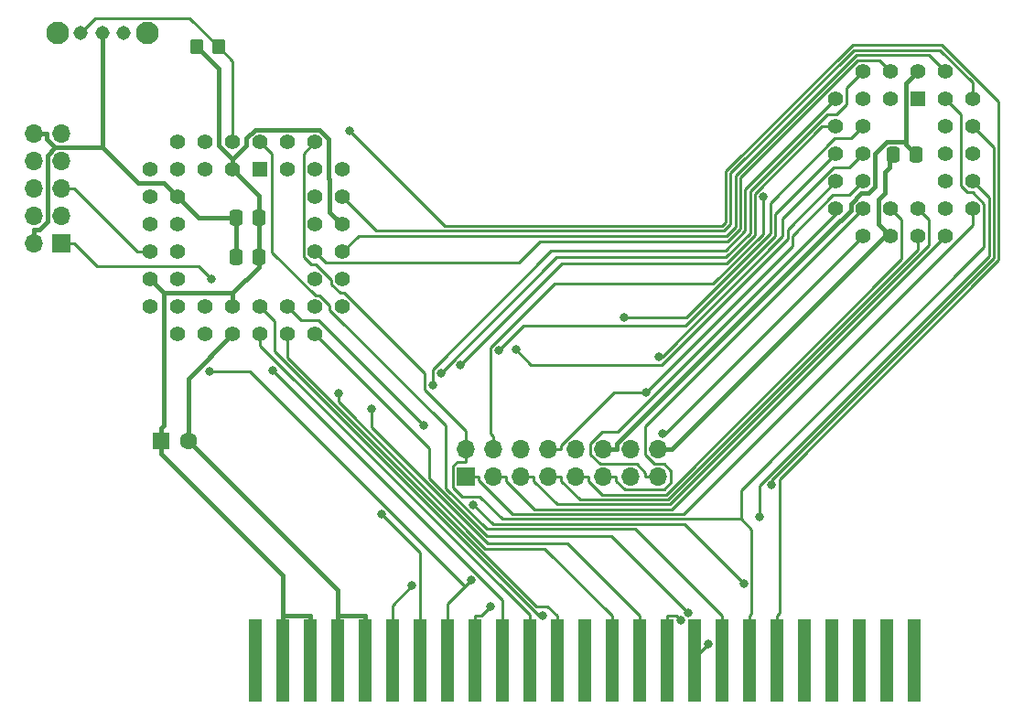
<source format=gbr>
G04 #@! TF.GenerationSoftware,KiCad,Pcbnew,(6.0.5)*
G04 #@! TF.CreationDate,2022-10-25T10:43:50-03:00*
G04 #@! TF.ProjectId,MSX USB Drive,4d535820-5553-4422-9044-726976652e6b,rev?*
G04 #@! TF.SameCoordinates,Original*
G04 #@! TF.FileFunction,Copper,L2,Bot*
G04 #@! TF.FilePolarity,Positive*
%FSLAX46Y46*%
G04 Gerber Fmt 4.6, Leading zero omitted, Abs format (unit mm)*
G04 Created by KiCad (PCBNEW (6.0.5)) date 2022-10-25 10:43:50*
%MOMM*%
%LPD*%
G01*
G04 APERTURE LIST*
G04 Aperture macros list*
%AMRoundRect*
0 Rectangle with rounded corners*
0 $1 Rounding radius*
0 $2 $3 $4 $5 $6 $7 $8 $9 X,Y pos of 4 corners*
0 Add a 4 corners polygon primitive as box body*
4,1,4,$2,$3,$4,$5,$6,$7,$8,$9,$2,$3,0*
0 Add four circle primitives for the rounded corners*
1,1,$1+$1,$2,$3*
1,1,$1+$1,$4,$5*
1,1,$1+$1,$6,$7*
1,1,$1+$1,$8,$9*
0 Add four rect primitives between the rounded corners*
20,1,$1+$1,$2,$3,$4,$5,0*
20,1,$1+$1,$4,$5,$6,$7,0*
20,1,$1+$1,$6,$7,$8,$9,0*
20,1,$1+$1,$8,$9,$2,$3,0*%
G04 Aperture macros list end*
G04 #@! TA.AperFunction,SMDPad,CuDef*
%ADD10R,1.270000X7.620000*%
G04 #@! TD*
G04 #@! TA.AperFunction,ComponentPad*
%ADD11R,1.600000X1.600000*%
G04 #@! TD*
G04 #@! TA.AperFunction,ComponentPad*
%ADD12C,1.600000*%
G04 #@! TD*
G04 #@! TA.AperFunction,ComponentPad*
%ADD13R,1.700000X1.700000*%
G04 #@! TD*
G04 #@! TA.AperFunction,ComponentPad*
%ADD14O,1.700000X1.700000*%
G04 #@! TD*
G04 #@! TA.AperFunction,ComponentPad*
%ADD15C,1.308000*%
G04 #@! TD*
G04 #@! TA.AperFunction,ComponentPad*
%ADD16C,2.100000*%
G04 #@! TD*
G04 #@! TA.AperFunction,ComponentPad*
%ADD17R,1.422400X1.422400*%
G04 #@! TD*
G04 #@! TA.AperFunction,ComponentPad*
%ADD18C,1.422400*%
G04 #@! TD*
G04 #@! TA.AperFunction,ComponentPad*
%ADD19R,1.397000X1.397000*%
G04 #@! TD*
G04 #@! TA.AperFunction,ComponentPad*
%ADD20C,1.397000*%
G04 #@! TD*
G04 #@! TA.AperFunction,SMDPad,CuDef*
%ADD21RoundRect,0.250000X0.337500X0.475000X-0.337500X0.475000X-0.337500X-0.475000X0.337500X-0.475000X0*%
G04 #@! TD*
G04 #@! TA.AperFunction,SMDPad,CuDef*
%ADD22RoundRect,0.250000X-0.350000X-0.450000X0.350000X-0.450000X0.350000X0.450000X-0.350000X0.450000X0*%
G04 #@! TD*
G04 #@! TA.AperFunction,ViaPad*
%ADD23C,0.800000*%
G04 #@! TD*
G04 #@! TA.AperFunction,Conductor*
%ADD24C,0.250000*%
G04 #@! TD*
G04 #@! TA.AperFunction,Conductor*
%ADD25C,0.400000*%
G04 #@! TD*
G04 APERTURE END LIST*
D10*
X113350000Y-124270000D03*
X115890000Y-124270000D03*
X171770000Y-124270000D03*
X169230000Y-124270000D03*
X159070000Y-124270000D03*
X161610000Y-124270000D03*
X153990000Y-124270000D03*
X166690000Y-124270000D03*
X164150000Y-124270000D03*
X156530000Y-124270000D03*
X138750000Y-124270000D03*
X136210000Y-124270000D03*
X133670000Y-124270000D03*
X146370000Y-124270000D03*
X151450000Y-124270000D03*
X148910000Y-124270000D03*
X143830000Y-124270000D03*
X141290000Y-124270000D03*
X131130000Y-124270000D03*
X128590000Y-124270000D03*
X126050000Y-124270000D03*
X123510000Y-124270000D03*
X118430000Y-124270000D03*
X120970000Y-124270000D03*
X110810000Y-124270000D03*
D11*
X102134900Y-103910000D03*
D12*
X104634900Y-103910000D03*
D13*
X130320000Y-107250000D03*
D14*
X130320000Y-104710000D03*
X132860000Y-107250000D03*
X132860000Y-104710000D03*
X135400000Y-107250000D03*
X135400000Y-104710000D03*
X137940000Y-107250000D03*
X137940000Y-104710000D03*
X140480000Y-107250000D03*
X140480000Y-104710000D03*
X143020000Y-107250000D03*
X143020000Y-104710000D03*
X145560000Y-107250000D03*
X145560000Y-104710000D03*
X148100000Y-107250000D03*
X148100000Y-104710000D03*
D15*
X98650000Y-66180000D03*
X94650000Y-66180000D03*
X96650000Y-66180000D03*
D16*
X100800000Y-66180000D03*
X92500000Y-66180000D03*
D17*
X172130000Y-72270000D03*
D18*
X169590000Y-69730000D03*
X169590000Y-72270000D03*
X167050000Y-69730000D03*
X164510000Y-72270000D03*
X167050000Y-72270000D03*
X164510000Y-74810000D03*
X167050000Y-74810000D03*
X164510000Y-77350000D03*
X167050000Y-77350000D03*
X164510000Y-79890000D03*
X167050000Y-79890000D03*
X164510000Y-82430000D03*
X167050000Y-84970000D03*
X167050000Y-82430000D03*
X169590000Y-84970000D03*
X169590000Y-82430000D03*
X172130000Y-84970000D03*
X172130000Y-82430000D03*
X174670000Y-84970000D03*
X177210000Y-82430000D03*
X174670000Y-82430000D03*
X177210000Y-79890000D03*
X174670000Y-79890000D03*
X177210000Y-77350000D03*
X174670000Y-77350000D03*
X177210000Y-74810000D03*
X174670000Y-74810000D03*
X177210000Y-72270000D03*
X174670000Y-69730000D03*
X174670000Y-72270000D03*
X172130000Y-69730000D03*
D19*
X111260000Y-78810000D03*
D20*
X108720000Y-76270000D03*
X108720000Y-78810000D03*
X106180000Y-76270000D03*
X106180000Y-78810000D03*
X103640000Y-76270000D03*
X101100000Y-78810000D03*
X103640000Y-78810000D03*
X101100000Y-81350000D03*
X103640000Y-81350000D03*
X101100000Y-83890000D03*
X103640000Y-83890000D03*
X101100000Y-86430000D03*
X103640000Y-86430000D03*
X101100000Y-88970000D03*
X103640000Y-88970000D03*
X101100000Y-91510000D03*
X103640000Y-94050000D03*
X103640000Y-91510000D03*
X106180000Y-94050000D03*
X106180000Y-91510000D03*
X108720000Y-94050000D03*
X108720000Y-91510000D03*
X111260000Y-94050000D03*
X111260000Y-91510000D03*
X113800000Y-94050000D03*
X113800000Y-91510000D03*
X116340000Y-94050000D03*
X118880000Y-91510000D03*
X116340000Y-91510000D03*
X118880000Y-88970000D03*
X116340000Y-88970000D03*
X118880000Y-86430000D03*
X116340000Y-86430000D03*
X118880000Y-83890000D03*
X116340000Y-83890000D03*
X118880000Y-81350000D03*
X116340000Y-81350000D03*
X118880000Y-78810000D03*
X116340000Y-76270000D03*
X116340000Y-78810000D03*
X113800000Y-76270000D03*
X113800000Y-78810000D03*
X111260000Y-76270000D03*
D13*
X92850000Y-85640000D03*
D14*
X90310000Y-85640000D03*
X92850000Y-83100000D03*
X90310000Y-83100000D03*
X92850000Y-80560000D03*
X90310000Y-80560000D03*
X92850000Y-78020000D03*
X90310000Y-78020000D03*
X92850000Y-75480000D03*
X90310000Y-75480000D03*
D21*
X111147500Y-83250000D03*
X109072500Y-83250000D03*
X111147500Y-86950000D03*
X109072500Y-86950000D03*
D22*
X105410000Y-67470000D03*
X107410000Y-67470000D03*
D21*
X171930000Y-77400000D03*
X169855000Y-77400000D03*
D23*
X119552700Y-75217800D03*
X152720000Y-122752800D03*
X150153100Y-120537500D03*
X127219900Y-98787200D03*
X121552500Y-101005800D03*
X127969900Y-97640000D03*
X118540000Y-99527300D03*
X134916900Y-95475300D03*
X133345900Y-95578100D03*
X112441600Y-97391400D03*
X129800300Y-96914600D03*
X132616300Y-119254500D03*
X148467300Y-103255200D03*
X130792300Y-116818600D03*
X106568600Y-97501000D03*
X122493200Y-110701300D03*
X125303000Y-117344900D03*
X144907500Y-92537300D03*
X137450800Y-120134700D03*
X148120800Y-96099400D03*
X126382400Y-102502000D03*
X146997200Y-99405800D03*
X158593700Y-107960200D03*
X157484800Y-110964300D03*
X150864700Y-119831600D03*
X157773000Y-81325300D03*
X131016300Y-109818700D03*
X156005900Y-117108000D03*
X106784000Y-88954900D03*
D24*
X154021400Y-84001800D02*
X128336700Y-84001800D01*
X154347460Y-83675740D02*
X154021400Y-84001800D01*
X154347460Y-78968040D02*
X154347460Y-83675740D01*
X166079500Y-67236000D02*
X154347460Y-78968040D01*
X174323700Y-67236000D02*
X166079500Y-67236000D01*
X179599000Y-87202700D02*
X179599000Y-72511300D01*
X128336700Y-84001800D02*
X119552700Y-75217800D01*
X179599000Y-72511300D02*
X174323700Y-67236000D01*
X159319000Y-119885700D02*
X159319000Y-107482700D01*
X159070000Y-120134700D02*
X159319000Y-119885700D01*
X159319000Y-107482700D02*
X179599000Y-87202700D01*
X159070000Y-124270000D02*
X159070000Y-120134700D01*
X154796980Y-79158420D02*
X154796980Y-83886720D01*
X166222200Y-67733200D02*
X154796980Y-79158420D01*
X154796980Y-83886720D02*
X154206900Y-84476800D01*
X174179900Y-67733200D02*
X166222200Y-67733200D01*
X122006800Y-84476800D02*
X118880000Y-81350000D01*
X177210000Y-70763300D02*
X174179900Y-67733200D01*
X154206900Y-84476800D02*
X122006800Y-84476800D01*
X177210000Y-72270000D02*
X177210000Y-70763300D01*
D25*
X108720000Y-78810000D02*
X108720000Y-77867200D01*
X102134900Y-103910000D02*
X102134900Y-105110300D01*
X118880000Y-83890000D02*
X117725100Y-82735100D01*
X171018400Y-76238100D02*
X169263300Y-76238100D01*
X117725100Y-82735100D02*
X117725100Y-79748500D01*
X113350000Y-120427000D02*
X113378700Y-120398300D01*
X111147500Y-83250000D02*
X111147500Y-81237500D01*
X108720000Y-90240000D02*
X102370000Y-90240000D01*
X167522400Y-81001600D02*
X166906400Y-81001600D01*
X168173700Y-80350300D02*
X167522400Y-81001600D01*
X111147500Y-86950000D02*
X111147500Y-87812500D01*
X111147500Y-86950000D02*
X111147500Y-83250000D01*
X116748500Y-75111400D02*
X110786700Y-75111400D01*
X171018400Y-70841600D02*
X172130000Y-69730000D01*
X117610000Y-75972900D02*
X116748500Y-75111400D01*
X164988400Y-83541600D02*
X164920600Y-83541600D01*
X113378700Y-120059700D02*
X113378700Y-116354100D01*
X165938400Y-81969600D02*
X165938400Y-82591600D01*
X115890000Y-120059700D02*
X113378700Y-120059700D01*
X109990000Y-76597200D02*
X108738400Y-77848800D01*
X168173700Y-77327700D02*
X168173700Y-80350300D01*
X115890000Y-124270000D02*
X115890000Y-120059700D01*
X102370000Y-102474600D02*
X102134900Y-102709700D01*
X164920600Y-83541600D02*
X144270300Y-104191900D01*
X113350000Y-124270000D02*
X113350000Y-120427000D01*
X117610000Y-79633400D02*
X117610000Y-75972900D01*
X143020000Y-104710000D02*
X144270300Y-104710000D01*
X102134900Y-103910000D02*
X102134900Y-102709700D01*
X169263300Y-76238100D02*
X168173700Y-77327700D01*
X102370000Y-90240000D02*
X101100000Y-88970000D01*
X109990000Y-75908100D02*
X109990000Y-76597200D01*
X102370000Y-90240000D02*
X102370000Y-102474600D01*
X113378700Y-120398300D02*
X113378700Y-120059700D01*
X171018400Y-76488400D02*
X171018400Y-76238100D01*
X111147500Y-87812500D02*
X108720000Y-90240000D01*
X111147500Y-81237500D02*
X108720000Y-78810000D01*
X166906400Y-81001600D02*
X165938400Y-81969600D01*
X113378700Y-116354100D02*
X102134900Y-105110300D01*
X144270300Y-104191900D02*
X144270300Y-104710000D01*
X108738400Y-77848800D02*
X107450000Y-76560500D01*
X107450000Y-69510000D02*
X105410000Y-67470000D01*
X165938400Y-82591600D02*
X164988400Y-83541600D01*
X107450000Y-76560500D02*
X107450000Y-69510000D01*
X108720000Y-90240000D02*
X108720000Y-91510000D01*
X171930000Y-77400000D02*
X171018400Y-76488400D01*
X108720000Y-77867200D02*
X108738400Y-77848800D01*
X171018400Y-76238100D02*
X171018400Y-70841600D01*
X117725100Y-79748500D02*
X117610000Y-79633400D01*
X110786700Y-75111400D02*
X109990000Y-75908100D01*
X169466500Y-77788500D02*
X169855000Y-77400000D01*
X96650000Y-66180000D02*
X96650000Y-76730200D01*
X90310000Y-75480000D02*
X91560300Y-75480000D01*
X120970000Y-120059700D02*
X118430000Y-120059700D01*
X169074100Y-80950100D02*
X169074100Y-79029800D01*
X99999800Y-80080000D02*
X102370000Y-80080000D01*
X92312200Y-76750000D02*
X91580000Y-77482200D01*
X96650000Y-76730200D02*
X99999800Y-80080000D01*
X102370000Y-80080000D02*
X103640000Y-81350000D01*
X104634900Y-98135100D02*
X104634900Y-103910000D01*
X168473800Y-83853800D02*
X168473800Y-81550400D01*
X118430000Y-124270000D02*
X118430000Y-120059700D01*
X118430000Y-117705100D02*
X118430000Y-120059700D01*
X169340200Y-84720100D02*
X169590000Y-84970000D01*
X109072500Y-83250000D02*
X105540000Y-83250000D01*
X91580000Y-77482200D02*
X91580000Y-83637800D01*
X104634900Y-103910000D02*
X118430000Y-117705100D01*
X96630200Y-76750000D02*
X92312200Y-76750000D01*
X105540000Y-83250000D02*
X103640000Y-81350000D01*
X109072500Y-83250000D02*
X109072500Y-86950000D01*
X168473800Y-81550400D02*
X169074100Y-80950100D01*
X96650000Y-76730200D02*
X96630200Y-76750000D01*
X108720000Y-94050000D02*
X104634900Y-98135100D01*
X149350300Y-104710000D02*
X169340200Y-84720100D01*
X169466500Y-78637400D02*
X169466500Y-77788500D01*
X92312200Y-76750000D02*
X91560300Y-75998100D01*
X120970000Y-124270000D02*
X120970000Y-120059700D01*
X90310000Y-85640000D02*
X90310000Y-84389700D01*
X90828100Y-84389700D02*
X90310000Y-84389700D01*
X91560300Y-75998100D02*
X91560300Y-75480000D01*
X148100000Y-104710000D02*
X149350300Y-104710000D01*
X169074100Y-79029800D02*
X169466500Y-78637400D01*
X169340200Y-84720100D02*
X168473800Y-83853800D01*
X91580000Y-83637800D02*
X90828100Y-84389700D01*
D24*
X129511900Y-105885300D02*
X129144700Y-106252500D01*
X130320000Y-103019000D02*
X126485700Y-99184700D01*
X115308700Y-86872200D02*
X115308700Y-77301300D01*
X129144700Y-106252500D02*
X129144700Y-108234800D01*
X117856100Y-89406800D02*
X117856100Y-89027900D01*
X155784000Y-111158400D02*
X155784000Y-108472900D01*
X155784000Y-108472900D02*
X178248100Y-86008800D01*
X126485700Y-97659800D02*
X119070500Y-90244600D01*
X178248100Y-81987700D02*
X177187000Y-80926600D01*
X176719300Y-80926600D02*
X176134800Y-80342100D01*
X176134800Y-80342100D02*
X176134800Y-73734800D01*
X115308700Y-77301300D02*
X116340000Y-76270000D01*
X176134800Y-73734800D02*
X174670000Y-72270000D01*
X117856100Y-89027900D02*
X116416500Y-87588300D01*
X126485700Y-99184700D02*
X126485700Y-97659800D01*
X133696200Y-111158400D02*
X155784000Y-111158400D01*
X119070500Y-90244600D02*
X118693900Y-90244600D01*
X156530000Y-124270000D02*
X156530000Y-120134700D01*
X118693900Y-90244600D02*
X117856100Y-89406800D01*
X116024800Y-87588300D02*
X115308700Y-86872200D01*
X129960200Y-109050300D02*
X131588100Y-109050300D01*
X116416500Y-87588300D02*
X116024800Y-87588300D01*
X156731200Y-119933500D02*
X156731200Y-112105600D01*
X130320000Y-104710000D02*
X130320000Y-105885300D01*
X130320000Y-105885300D02*
X129511900Y-105885300D01*
X156530000Y-120134700D02*
X156731200Y-119933500D01*
X177187000Y-80926600D02*
X176719300Y-80926600D01*
X178248100Y-86008800D02*
X178248100Y-81987700D01*
X156731200Y-112105600D02*
X155784000Y-111158400D01*
X129144700Y-108234800D02*
X129960200Y-109050300D01*
X130320000Y-104710000D02*
X130320000Y-103019000D01*
X131588100Y-109050300D02*
X133696200Y-111158400D01*
X152720000Y-122752800D02*
X151450000Y-124022800D01*
X151450000Y-124022800D02*
X151450000Y-124270000D01*
X148910000Y-124270000D02*
X148910000Y-120134700D01*
X149750300Y-120134700D02*
X148910000Y-120134700D01*
X150153100Y-120537500D02*
X149750300Y-120134700D01*
X156147100Y-80632900D02*
X156147100Y-84481600D01*
X164510000Y-72270000D02*
X156147100Y-80632900D01*
X138206400Y-86323900D02*
X127219900Y-97310400D01*
X121552500Y-101005800D02*
X121552500Y-102688800D01*
X146370000Y-124270000D02*
X146370000Y-120134700D01*
X154304800Y-86323900D02*
X138206400Y-86323900D01*
X127219900Y-97310400D02*
X127219900Y-98787200D01*
X121552500Y-102688800D02*
X132299100Y-113435400D01*
X139670700Y-113435400D02*
X146370000Y-120134700D01*
X132299100Y-113435400D02*
X139670700Y-113435400D01*
X156147100Y-84481600D02*
X154304800Y-86323900D01*
X165546600Y-72753900D02*
X164570700Y-73729800D01*
X156597400Y-84668200D02*
X154371100Y-86894500D01*
X137581000Y-113885700D02*
X143830000Y-120134700D01*
X143830000Y-124270000D02*
X143830000Y-120134700D01*
X164570700Y-73729800D02*
X163705900Y-73729800D01*
X138715300Y-86894500D02*
X138715300Y-86894600D01*
X167050000Y-69730000D02*
X165546600Y-71233400D01*
X165546600Y-71233400D02*
X165546600Y-72753900D01*
X154371100Y-86894500D02*
X138715300Y-86894500D01*
X163705900Y-73729800D02*
X156597400Y-80838300D01*
X132112500Y-113885700D02*
X137581000Y-113885700D01*
X118540000Y-100313200D02*
X132112500Y-113885700D01*
X138715300Y-86894600D02*
X127969900Y-97640000D01*
X156597400Y-80838300D02*
X156597400Y-84668200D01*
X118540000Y-99527300D02*
X118540000Y-100313200D01*
X113800000Y-96210100D02*
X136841400Y-119251500D01*
X113800000Y-94050000D02*
X113800000Y-96210100D01*
X136299300Y-96857700D02*
X134916900Y-95475300D01*
X137866800Y-119251500D02*
X138750000Y-120134700D01*
X160061200Y-85188300D02*
X148391800Y-96857700D01*
X164510000Y-79890000D02*
X160061200Y-84338800D01*
X136841400Y-119251500D02*
X137866800Y-119251500D01*
X160061200Y-84338800D02*
X160061200Y-85188300D01*
X148391800Y-96857700D02*
X136299300Y-96857700D01*
X138750000Y-124270000D02*
X138750000Y-120134700D01*
X158935600Y-84992500D02*
X158935600Y-82924400D01*
X158935600Y-82924400D02*
X164510000Y-77350000D01*
X136210000Y-124270000D02*
X136210000Y-120134700D01*
X111260000Y-95096400D02*
X136210000Y-120046400D01*
X135652800Y-93271200D02*
X150656900Y-93271200D01*
X133345900Y-95578100D02*
X135652800Y-93271200D01*
X150656900Y-93271200D02*
X158935600Y-84992500D01*
X111260000Y-94050000D02*
X111260000Y-95096400D01*
X136210000Y-120046400D02*
X136210000Y-120134700D01*
X112441600Y-97391400D02*
X133670000Y-118619800D01*
X139199300Y-87515500D02*
X139199300Y-87515600D01*
X157047700Y-84854800D02*
X154387000Y-87515500D01*
X157047700Y-81024900D02*
X157047700Y-84854800D01*
X164510000Y-74810000D02*
X163262600Y-74810000D01*
X154387000Y-87515500D02*
X139199300Y-87515500D01*
X133670000Y-118619800D02*
X133670000Y-124270000D01*
X139199300Y-87515600D02*
X129800300Y-96914600D01*
X163262600Y-74810000D02*
X157047700Y-81024900D01*
X131130000Y-124270000D02*
X131130000Y-120134700D01*
X148764800Y-103255200D02*
X148467300Y-103255200D01*
X167050000Y-84970000D02*
X148764800Y-103255200D01*
X131736100Y-120134700D02*
X131130000Y-120134700D01*
X132616300Y-119254500D02*
X131736100Y-120134700D01*
X140480000Y-107250000D02*
X141655300Y-107250000D01*
X110341500Y-97501000D02*
X130225700Y-117385200D01*
X169590000Y-82430000D02*
X170631700Y-83471700D01*
X106568600Y-97501000D02*
X110341500Y-97501000D01*
X170631700Y-87093900D02*
X148820700Y-108904900D01*
X142942900Y-108904900D02*
X141655300Y-107617300D01*
X130225700Y-117385200D02*
X130792300Y-116818600D01*
X141655300Y-107617300D02*
X141655300Y-107250000D01*
X170631700Y-83471700D02*
X170631700Y-87093900D01*
X148820700Y-108904900D02*
X142942900Y-108904900D01*
X128590000Y-119020900D02*
X130225700Y-117385200D01*
X128590000Y-124270000D02*
X128590000Y-119020900D01*
X126050000Y-114258100D02*
X122493200Y-110701300D01*
X126050000Y-120134700D02*
X126050000Y-114258100D01*
X173173000Y-85826400D02*
X173173000Y-83473000D01*
X135400000Y-107250000D02*
X136575300Y-107250000D01*
X149193800Y-109805600D02*
X173173000Y-85826400D01*
X173173000Y-83473000D02*
X172130000Y-82430000D01*
X138763600Y-109805600D02*
X149193800Y-109805600D01*
X136575300Y-107617300D02*
X138763600Y-109805600D01*
X136575300Y-107250000D02*
X136575300Y-107617300D01*
X126050000Y-124270000D02*
X126050000Y-120134700D01*
X177210000Y-83918300D02*
X150420300Y-110708000D01*
X150420300Y-110708000D02*
X134644400Y-110708000D01*
X123510000Y-124270000D02*
X123510000Y-119137900D01*
X123510000Y-119137900D02*
X125303000Y-117344900D01*
X131495300Y-107558900D02*
X131495300Y-107250000D01*
X134644400Y-110708000D02*
X131495300Y-107558900D01*
X177210000Y-82430000D02*
X177210000Y-83918300D01*
X130320000Y-107250000D02*
X131495300Y-107250000D01*
X134035300Y-107250000D02*
X134035300Y-107617300D01*
X149384100Y-110255900D02*
X174670000Y-84970000D01*
X132860000Y-107250000D02*
X134035300Y-107250000D01*
X136673900Y-110255900D02*
X149384100Y-110255900D01*
X134035300Y-107617300D02*
X136673900Y-110255900D01*
X139115300Y-107617300D02*
X140853300Y-109355300D01*
X140853300Y-109355300D02*
X149007200Y-109355300D01*
X149007200Y-109355300D02*
X172130000Y-86232500D01*
X137940000Y-107250000D02*
X139115300Y-107250000D01*
X172130000Y-86232500D02*
X172130000Y-84970000D01*
X139115300Y-107250000D02*
X139115300Y-107617300D01*
X149301100Y-107762000D02*
X148637800Y-108425300D01*
X148637800Y-108425300D02*
X145003200Y-108425300D01*
X148634900Y-106057100D02*
X149301100Y-106723300D01*
X144195300Y-107617400D02*
X144195300Y-107250000D01*
X167050000Y-82430000D02*
X146894500Y-102585500D01*
X145003200Y-108425300D02*
X144195300Y-107617400D01*
X146894500Y-102585500D02*
X146894500Y-105173100D01*
X147778500Y-106057100D02*
X148634900Y-106057100D01*
X149301100Y-106723300D02*
X149301100Y-107762000D01*
X143020000Y-107250000D02*
X144195300Y-107250000D01*
X146894500Y-105173100D02*
X147778500Y-106057100D01*
X164510000Y-82430000D02*
X164510000Y-82945000D01*
X141844600Y-104205500D02*
X141844600Y-105203700D01*
X146116800Y-106074700D02*
X146924700Y-106882600D01*
X141844600Y-105203700D02*
X142715600Y-106074700D01*
X146924700Y-106882600D02*
X146924700Y-107250000D01*
X148100000Y-107250000D02*
X146924700Y-107250000D01*
X164510000Y-82945000D02*
X144360600Y-103094400D01*
X144360600Y-103094400D02*
X142955700Y-103094400D01*
X142715600Y-106074700D02*
X146116800Y-106074700D01*
X142955700Y-103094400D02*
X141844600Y-104205500D01*
X158485200Y-81889500D02*
X164454100Y-75920600D01*
X164454100Y-75920600D02*
X165939400Y-75920600D01*
X158485200Y-84742700D02*
X158485200Y-81889500D01*
X144907500Y-92537300D02*
X150690600Y-92537300D01*
X150690600Y-92537300D02*
X158485200Y-84742700D01*
X165939400Y-75920600D02*
X167050000Y-74810000D01*
X137087700Y-120134700D02*
X137450800Y-120134700D01*
X111260000Y-91510000D02*
X112586100Y-92836100D01*
X159610900Y-84995900D02*
X159610900Y-83316800D01*
X159610900Y-83316800D02*
X164307700Y-78620000D01*
X164307700Y-78620000D02*
X165780000Y-78620000D01*
X112586100Y-95633100D02*
X137087700Y-120134700D01*
X165780000Y-78620000D02*
X167050000Y-77350000D01*
X112586100Y-92836100D02*
X112586100Y-95633100D01*
X148507400Y-96099400D02*
X159610900Y-84995900D01*
X148120800Y-96099400D02*
X148507400Y-96099400D01*
X139115300Y-104319500D02*
X144029000Y-99405800D01*
X146997200Y-99405800D02*
X160511500Y-85891500D01*
X139115300Y-104710000D02*
X139115300Y-104319500D01*
X160511500Y-84940200D02*
X164291700Y-81160000D01*
X115070000Y-92780000D02*
X116660400Y-92780000D01*
X116660400Y-92780000D02*
X126382400Y-102502000D01*
X160511500Y-85891500D02*
X160511500Y-84940200D01*
X113800000Y-91510000D02*
X115070000Y-92780000D01*
X165780000Y-81160000D02*
X167050000Y-79890000D01*
X144029000Y-99405800D02*
X146997200Y-99405800D01*
X137940000Y-104710000D02*
X139115300Y-104710000D01*
X164291700Y-81160000D02*
X165780000Y-81160000D01*
X179148700Y-87016100D02*
X179148700Y-76748700D01*
X179148700Y-76748700D02*
X177210000Y-74810000D01*
X158593700Y-107960200D02*
X158593700Y-107571100D01*
X158593700Y-107571100D02*
X179148700Y-87016100D01*
X177210000Y-79890000D02*
X178698400Y-81378400D01*
X178698400Y-81378400D02*
X178698400Y-86829500D01*
X178698400Y-86829500D02*
X157484900Y-108043000D01*
X157484900Y-110964300D02*
X157484800Y-110964300D01*
X157484900Y-108043000D02*
X157484900Y-110964300D01*
X116340000Y-94050000D02*
X126930900Y-104640900D01*
X132260600Y-112760000D02*
X143793100Y-112760000D01*
X126930900Y-107430300D02*
X132260600Y-112760000D01*
X126930900Y-104640900D02*
X126930900Y-107430300D01*
X143793100Y-112760000D02*
X150864700Y-119831600D01*
X132860000Y-104710000D02*
X132860000Y-103534700D01*
X132860000Y-103534700D02*
X132573500Y-103248200D01*
X153193800Y-89345600D02*
X157773000Y-84766400D01*
X138486500Y-89345600D02*
X153193800Y-89345600D01*
X132573500Y-103248200D02*
X132573500Y-95258600D01*
X132573500Y-95258600D02*
X138486500Y-89345600D01*
X157773000Y-84766400D02*
X157773000Y-81325300D01*
X131016300Y-109818700D02*
X132831800Y-111634200D01*
X150532100Y-111634200D02*
X156005900Y-117108000D01*
X132831800Y-111634200D02*
X150532100Y-111634200D01*
X92850000Y-85640000D02*
X94025300Y-85640000D01*
X105605200Y-87776100D02*
X106784000Y-88954900D01*
X94025300Y-85640000D02*
X96161400Y-87776100D01*
X96161400Y-87776100D02*
X105605200Y-87776100D01*
X94025300Y-80560000D02*
X99895300Y-86430000D01*
X92850000Y-80560000D02*
X94025300Y-80560000D01*
X99895300Y-86430000D02*
X101100000Y-86430000D01*
X154393400Y-84927200D02*
X120382800Y-84927200D01*
X155246500Y-79376300D02*
X155246500Y-84074100D01*
X120382800Y-84927200D02*
X118880000Y-86430000D01*
X166439200Y-68183600D02*
X155246500Y-79376300D01*
X174670000Y-69730000D02*
X173123600Y-68183600D01*
X173123600Y-68183600D02*
X166439200Y-68183600D01*
X155246500Y-84074100D02*
X154393400Y-84927200D01*
X169590000Y-69730000D02*
X168550100Y-68690100D01*
X137138200Y-85489200D02*
X135169700Y-87457700D01*
X135169700Y-87457700D02*
X117367700Y-87457700D01*
X155696800Y-79562900D02*
X155696800Y-84295000D01*
X166569600Y-68690100D02*
X155696800Y-79562900D01*
X154502600Y-85489200D02*
X137138200Y-85489200D01*
X155696800Y-84295000D02*
X154502600Y-85489200D01*
X168550100Y-68690100D02*
X166569600Y-68690100D01*
X117367700Y-87457700D02*
X116340000Y-86430000D01*
X128440800Y-108303300D02*
X128440800Y-102519500D01*
X153990000Y-124270000D02*
X153990000Y-120134700D01*
X132222000Y-112084500D02*
X128440800Y-108303300D01*
X112370700Y-86455300D02*
X112370700Y-77380700D01*
X153990000Y-120134700D02*
X145939800Y-112084500D01*
X116779300Y-90486100D02*
X116401500Y-90486100D01*
X145939800Y-112084500D02*
X132222000Y-112084500D01*
X116401500Y-90486100D02*
X112370700Y-86455300D01*
X117709400Y-91788100D02*
X117709400Y-91416200D01*
X128440800Y-102519500D02*
X117709400Y-91788100D01*
X112370700Y-77380700D02*
X111260000Y-76270000D01*
X117709400Y-91416200D02*
X116779300Y-90486100D01*
X108720000Y-76270000D02*
X108720000Y-68780000D01*
X108720000Y-68780000D02*
X107410000Y-67470000D01*
X96028600Y-64801400D02*
X94650000Y-66180000D01*
X104741400Y-64801400D02*
X96028600Y-64801400D01*
X107410000Y-67470000D02*
X104741400Y-64801400D01*
M02*

</source>
